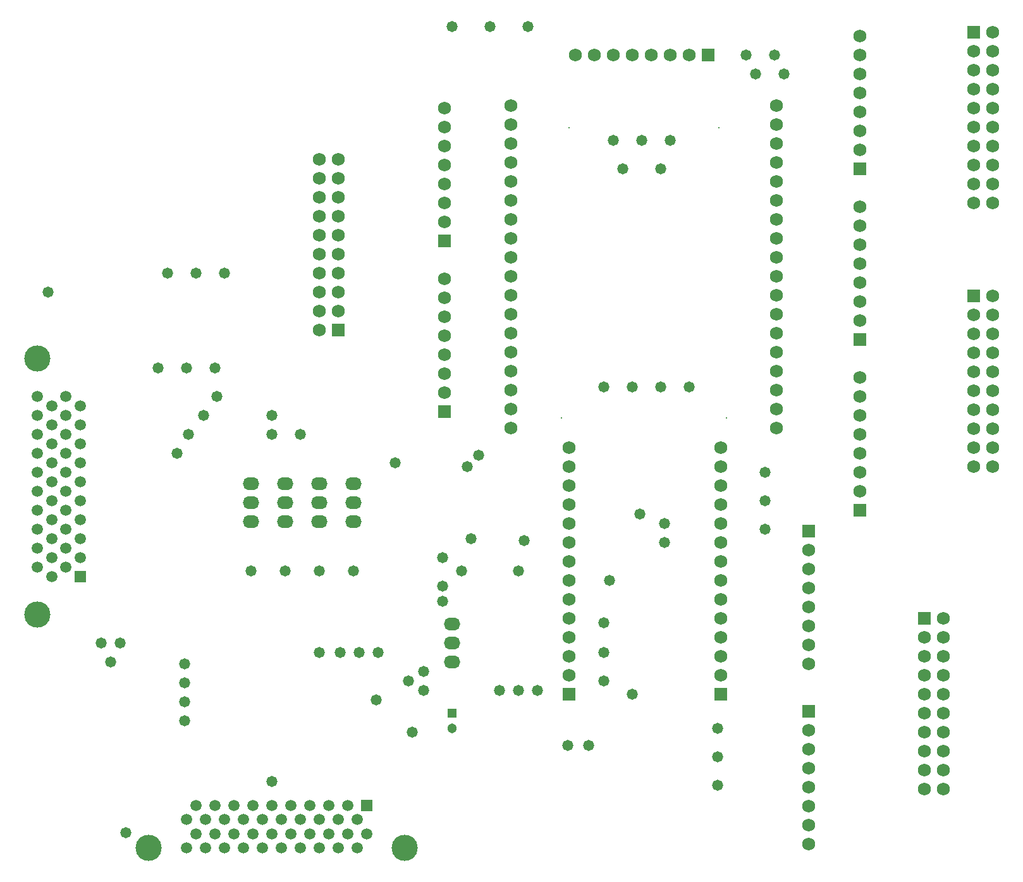
<source format=gbs>
G04*
G04 #@! TF.GenerationSoftware,Altium Limited,Altium Designer,25.1.2 (22)*
G04*
G04 Layer_Color=16711935*
%FSLAX44Y44*%
%MOMM*%
G71*
G04*
G04 #@! TF.SameCoordinates,0FC80BA3-B051-4539-9073-6837C8DE60D5*
G04*
G04*
G04 #@! TF.FilePolarity,Negative*
G04*
G01*
G75*
%ADD17R,1.7272X1.7272*%
%ADD18R,1.7272X1.7272*%
%ADD19R,1.5032X1.5032*%
%ADD20C,1.5032*%
%ADD21C,3.5032*%
%ADD22R,1.5032X1.5032*%
%ADD23O,2.2032X1.7032*%
%ADD24C,1.7272*%
%ADD25C,1.7532*%
%ADD26C,0.2032*%
%ADD27R,1.7532X1.7532*%
%ADD28R,1.3032X1.3032*%
%ADD29C,1.3032*%
%ADD30C,1.4732*%
D17*
X1290320Y467360D02*
D03*
Y708660D02*
D03*
X802640Y1097280D02*
D03*
Y868680D02*
D03*
X1358900Y1193800D02*
D03*
Y965200D02*
D03*
Y736600D02*
D03*
D18*
X1445260Y591820D02*
D03*
X1511300Y1023620D02*
D03*
X660400Y977900D02*
D03*
X1511300Y1376680D02*
D03*
X1155700Y1346200D02*
D03*
D19*
X698500Y341630D02*
D03*
D20*
X685800Y322580D02*
D03*
X673100Y341630D02*
D03*
X660400Y322580D02*
D03*
X647700Y341630D02*
D03*
X635000Y322580D02*
D03*
X622300Y341630D02*
D03*
X609600Y322580D02*
D03*
X596900Y341630D02*
D03*
X584200Y322580D02*
D03*
X571500Y341630D02*
D03*
X558800Y322580D02*
D03*
X546100Y341630D02*
D03*
X533400Y322580D02*
D03*
X520700Y341630D02*
D03*
X508000Y322580D02*
D03*
X495300Y341630D02*
D03*
X482600Y322580D02*
D03*
X469900Y341630D02*
D03*
X457200Y322580D02*
D03*
X698500Y303530D02*
D03*
X685800Y284480D02*
D03*
X673100Y303530D02*
D03*
X660400Y284480D02*
D03*
X647700Y303530D02*
D03*
X635000Y284480D02*
D03*
X622300Y303530D02*
D03*
X609600Y284480D02*
D03*
X596900Y303530D02*
D03*
X584200Y284480D02*
D03*
X571500Y303530D02*
D03*
X558800Y284480D02*
D03*
X546100Y303530D02*
D03*
X533400Y284480D02*
D03*
X520700Y303530D02*
D03*
X508000Y284480D02*
D03*
X495300Y303530D02*
D03*
X482600Y284480D02*
D03*
X469900Y303530D02*
D03*
X457200Y284480D02*
D03*
X295910Y660400D02*
D03*
X314960Y673100D02*
D03*
X295910Y685800D02*
D03*
X314960Y698500D02*
D03*
X295910Y711200D02*
D03*
X314960Y723900D02*
D03*
X295910Y736600D02*
D03*
X314960Y749300D02*
D03*
X295910Y762000D02*
D03*
X314960Y774700D02*
D03*
X295910Y787400D02*
D03*
X314960Y800100D02*
D03*
X295910Y812800D02*
D03*
X314960Y825500D02*
D03*
X295910Y838200D02*
D03*
X314960Y850900D02*
D03*
X295910Y863600D02*
D03*
X314960Y876300D02*
D03*
X295910Y889000D02*
D03*
X276860Y647700D02*
D03*
X257810Y660400D02*
D03*
X276860Y673100D02*
D03*
X257810Y685800D02*
D03*
X276860Y698500D02*
D03*
X257810Y711200D02*
D03*
X276860Y723900D02*
D03*
X257810Y736600D02*
D03*
X276860Y749300D02*
D03*
X257810Y762000D02*
D03*
X276860Y774700D02*
D03*
X257810Y787400D02*
D03*
X276860Y800100D02*
D03*
X257810Y812800D02*
D03*
X276860Y825500D02*
D03*
X257810Y838200D02*
D03*
X276860Y850900D02*
D03*
X257810Y863600D02*
D03*
X276860Y876300D02*
D03*
X257810Y889000D02*
D03*
D21*
X749300Y284480D02*
D03*
X406400D02*
D03*
X257810Y596900D02*
D03*
Y939800D02*
D03*
D22*
X314960Y647700D02*
D03*
D23*
X812800Y584200D02*
D03*
Y533400D02*
D03*
Y558800D02*
D03*
X543560Y721360D02*
D03*
Y772160D02*
D03*
Y746760D02*
D03*
X589280Y721360D02*
D03*
Y772160D02*
D03*
Y746760D02*
D03*
X635000Y721360D02*
D03*
Y772160D02*
D03*
Y746760D02*
D03*
X680720Y721360D02*
D03*
Y772160D02*
D03*
Y746760D02*
D03*
D24*
X1445260Y566420D02*
D03*
Y541020D02*
D03*
Y515620D02*
D03*
Y490220D02*
D03*
Y363220D02*
D03*
Y388620D02*
D03*
Y414020D02*
D03*
Y439420D02*
D03*
Y464820D02*
D03*
X1470660D02*
D03*
Y439420D02*
D03*
Y414020D02*
D03*
Y388620D02*
D03*
Y363220D02*
D03*
Y490220D02*
D03*
Y515620D02*
D03*
Y541020D02*
D03*
Y566420D02*
D03*
Y591820D02*
D03*
X1511300Y998220D02*
D03*
Y972820D02*
D03*
Y947420D02*
D03*
Y922020D02*
D03*
Y795020D02*
D03*
Y820420D02*
D03*
Y845820D02*
D03*
Y871220D02*
D03*
Y896620D02*
D03*
X1536700D02*
D03*
Y871220D02*
D03*
Y845820D02*
D03*
Y820420D02*
D03*
Y795020D02*
D03*
Y922020D02*
D03*
Y947420D02*
D03*
Y972820D02*
D03*
Y998220D02*
D03*
Y1023620D02*
D03*
X660400Y1003300D02*
D03*
Y1028700D02*
D03*
Y1054100D02*
D03*
Y1079500D02*
D03*
Y1206500D02*
D03*
Y1181100D02*
D03*
Y1155700D02*
D03*
Y1130300D02*
D03*
Y1104900D02*
D03*
X635000D02*
D03*
Y1130300D02*
D03*
Y1155700D02*
D03*
Y1181100D02*
D03*
Y1206500D02*
D03*
Y1079500D02*
D03*
Y1054100D02*
D03*
Y1028700D02*
D03*
Y1003300D02*
D03*
Y977900D02*
D03*
X1511300Y1351280D02*
D03*
Y1325880D02*
D03*
Y1300480D02*
D03*
Y1275080D02*
D03*
Y1148080D02*
D03*
Y1173480D02*
D03*
Y1198880D02*
D03*
Y1224280D02*
D03*
Y1249680D02*
D03*
X1536700D02*
D03*
Y1224280D02*
D03*
Y1198880D02*
D03*
Y1173480D02*
D03*
Y1148080D02*
D03*
Y1275080D02*
D03*
Y1300480D02*
D03*
Y1325880D02*
D03*
Y1351280D02*
D03*
Y1376680D02*
D03*
X1290320Y441960D02*
D03*
Y416560D02*
D03*
Y391160D02*
D03*
Y365760D02*
D03*
Y340360D02*
D03*
Y314960D02*
D03*
Y289560D02*
D03*
Y683260D02*
D03*
Y657860D02*
D03*
Y632460D02*
D03*
Y607060D02*
D03*
Y581660D02*
D03*
Y556260D02*
D03*
Y530860D02*
D03*
X802640Y1122680D02*
D03*
Y1148080D02*
D03*
Y1173480D02*
D03*
Y1198880D02*
D03*
Y1224280D02*
D03*
Y1249680D02*
D03*
Y1275080D02*
D03*
Y894080D02*
D03*
Y919480D02*
D03*
Y944880D02*
D03*
Y970280D02*
D03*
Y995680D02*
D03*
Y1021080D02*
D03*
Y1046480D02*
D03*
X1130300Y1346200D02*
D03*
X1104900D02*
D03*
X1079500D02*
D03*
X1054100D02*
D03*
X1028700D02*
D03*
X1003300D02*
D03*
X977900D02*
D03*
X1358900Y1219200D02*
D03*
Y1244600D02*
D03*
Y1270000D02*
D03*
Y1295400D02*
D03*
Y1320800D02*
D03*
Y1346200D02*
D03*
Y1371600D02*
D03*
Y990600D02*
D03*
Y1016000D02*
D03*
Y1041400D02*
D03*
Y1066800D02*
D03*
Y1092200D02*
D03*
Y1117600D02*
D03*
Y1143000D02*
D03*
Y762000D02*
D03*
Y787400D02*
D03*
Y812800D02*
D03*
Y838200D02*
D03*
Y863600D02*
D03*
Y889000D02*
D03*
Y914400D02*
D03*
D25*
X1247410Y999000D02*
D03*
Y973600D02*
D03*
Y948200D02*
D03*
Y922800D02*
D03*
Y897400D02*
D03*
Y872000D02*
D03*
Y846600D02*
D03*
Y1278400D02*
D03*
Y1253000D02*
D03*
Y1227600D02*
D03*
Y1202200D02*
D03*
Y1176800D02*
D03*
Y1151400D02*
D03*
Y1126000D02*
D03*
Y1100600D02*
D03*
Y1075200D02*
D03*
Y1049800D02*
D03*
Y1024400D02*
D03*
X891810Y846600D02*
D03*
Y872000D02*
D03*
Y897400D02*
D03*
Y922800D02*
D03*
Y948200D02*
D03*
Y973600D02*
D03*
Y999000D02*
D03*
Y1024400D02*
D03*
Y1049800D02*
D03*
Y1075200D02*
D03*
Y1100600D02*
D03*
Y1126000D02*
D03*
Y1151400D02*
D03*
Y1176800D02*
D03*
Y1202200D02*
D03*
Y1227600D02*
D03*
Y1253000D02*
D03*
Y1278400D02*
D03*
X1172480Y718780D02*
D03*
Y515580D02*
D03*
Y540980D02*
D03*
Y566380D02*
D03*
Y591780D02*
D03*
Y617180D02*
D03*
Y642580D02*
D03*
Y667980D02*
D03*
Y693380D02*
D03*
Y744180D02*
D03*
Y769580D02*
D03*
Y794980D02*
D03*
Y820380D02*
D03*
X969280Y642580D02*
D03*
Y667980D02*
D03*
Y693380D02*
D03*
Y718780D02*
D03*
Y617180D02*
D03*
Y515580D02*
D03*
Y540980D02*
D03*
Y566380D02*
D03*
Y591780D02*
D03*
Y744180D02*
D03*
Y769580D02*
D03*
Y794980D02*
D03*
Y820380D02*
D03*
D26*
X959120Y860570D02*
D03*
X1180100D02*
D03*
X969280Y1249190D02*
D03*
X1169940D02*
D03*
D27*
X1172480Y490180D02*
D03*
X969280D02*
D03*
D28*
X812800Y464500D02*
D03*
D29*
Y444500D02*
D03*
D30*
X736600Y800100D02*
D03*
X609600Y838200D02*
D03*
X571500D02*
D03*
Y863600D02*
D03*
X1016000Y508000D02*
D03*
Y546100D02*
D03*
Y585764D02*
D03*
X1064874Y731745D02*
D03*
X1231900Y711200D02*
D03*
Y749300D02*
D03*
Y787400D02*
D03*
X1130300Y901700D02*
D03*
X1092200D02*
D03*
X1054100D02*
D03*
X1016000D02*
D03*
X812800Y1384300D02*
D03*
X863600D02*
D03*
X914400D02*
D03*
X1257300Y1320800D02*
D03*
X1219200D02*
D03*
X1244600Y1346200D02*
D03*
X1206500D02*
D03*
X1092200Y1193800D02*
D03*
X1041400D02*
D03*
X1104900Y1231900D02*
D03*
X1066800D02*
D03*
X1028700D02*
D03*
X1168400Y368300D02*
D03*
Y406400D02*
D03*
Y444500D02*
D03*
X927100Y495300D02*
D03*
X901700D02*
D03*
X876300D02*
D03*
X754380Y508000D02*
D03*
X774700Y495300D02*
D03*
Y520700D02*
D03*
X355600Y533400D02*
D03*
X368300Y558800D02*
D03*
X342900D02*
D03*
X495300Y927100D02*
D03*
X457200D02*
D03*
X419100D02*
D03*
X508000Y1054100D02*
D03*
X469900D02*
D03*
X431800D02*
D03*
X1023620Y642620D02*
D03*
X825500Y655320D02*
D03*
X800100Y673100D02*
D03*
X838200Y698500D02*
D03*
X901700Y655320D02*
D03*
X848360Y810260D02*
D03*
X833120Y795020D02*
D03*
X444500Y812800D02*
D03*
X497840Y889000D02*
D03*
X480060Y863600D02*
D03*
X459740Y838200D02*
D03*
X454660Y530860D02*
D03*
Y505460D02*
D03*
X909320Y695960D02*
D03*
X1054140Y490180D02*
D03*
X967740Y421640D02*
D03*
X995680D02*
D03*
X571500Y373380D02*
D03*
X1097280Y718820D02*
D03*
Y693420D02*
D03*
X800100Y614680D02*
D03*
Y635000D02*
D03*
X454660Y480060D02*
D03*
Y454660D02*
D03*
X711200Y482600D02*
D03*
X759460Y439420D02*
D03*
X713740Y546100D02*
D03*
X688340D02*
D03*
X662940D02*
D03*
X635000D02*
D03*
X680720Y655320D02*
D03*
X635000D02*
D03*
X589280D02*
D03*
X543560D02*
D03*
X375920Y304800D02*
D03*
X271780Y1028700D02*
D03*
M02*

</source>
